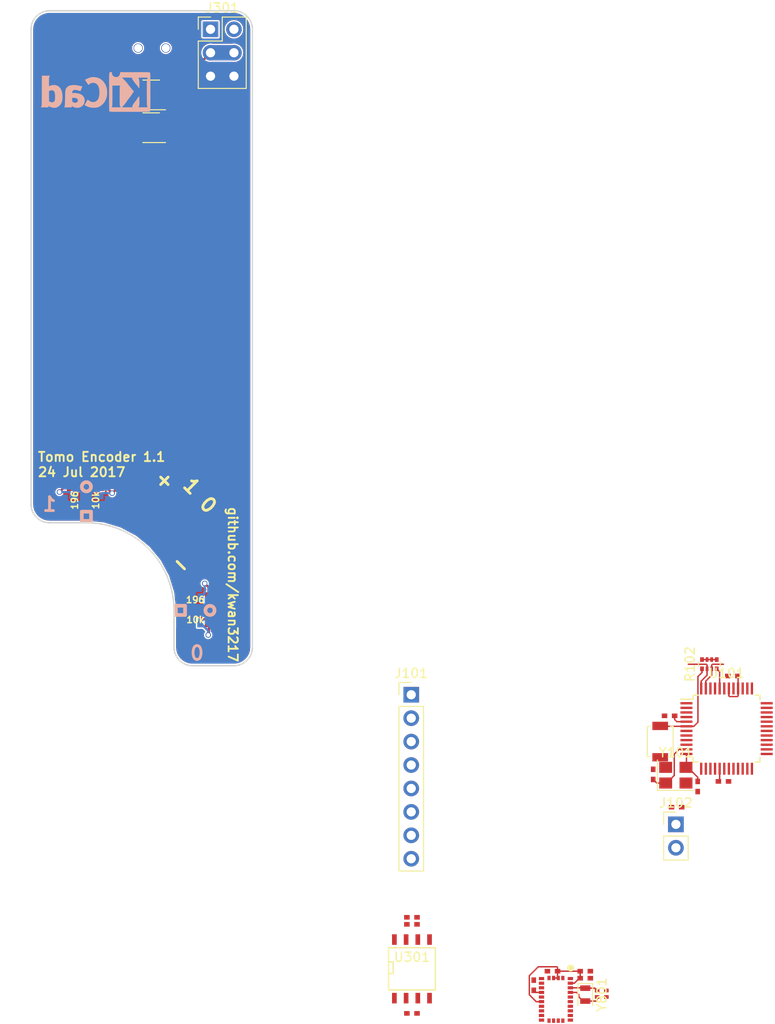
<source format=kicad_pcb>
(kicad_pcb (version 4) (host pcbnew 4.0.7)
  (layers (0 F.Cu signal) (31 B.Cu signal) (34 B.Paste user) (35 F.Paste user) (36 B.SilkS user) (37 F.SilkS user) (38 B.Mask user) (39 F.Mask user) (44 Edge.Cuts user))
  (net 0 "")
  (net 1 GND)
  (net 2 /ENC1)
  (net 3 /ENC0)
  (net 4 /D0)
  (net 5 /D1)
  (net 6 +1V8)
  (net 7 +3V3)
  (net 8 /XTAL2)
  (net 9 /XTAL1)
  (net 10 /Regulator1V8/BYP)
  (net 11 +BATT)
  (net 12 /VBAT-)
  (net 13 /Regulator3V3/BYP)
  (net 14 /3V3+)
  (net 15 /BNO055/CAP)
  (net 16 /BNO055/XOUT32)
  (net 17 /BNO055/XIN32)
  (net 18 /TX0)
  (net 19 /RX0)
  (net 20 /SDA)
  (net 21 /SCL)
  (net 22 /BSL)
  (net 23 /GO_BTN)
  (net 24 /STEER_HI)
  (net 25 /THROTTLE_HI)
  (net 26 /RST)
  (net 27 /Regulator3V3/PWR_EN)
  (net 28 /THROTTLE)
  (net 29 /STEERING)
  (net 30 /ACCINT)
  (module KwanSystems:EE-SY199 (layer B.Cu) (at 111.8 100 90)
    (fp_text reference U000 hide)
    (fp_text value EE-SY199 hide)
    (pad 2 smd rect (at 1.35 -0.55 90) (size 1 0.65) (layers B.Cu B.Paste B.Mask) (net 1 GND))
    (pad 3 smd rect (at -1.35 0.55 90) (size 1 0.65) (layers B.Cu B.Paste B.Mask) (net 3 /ENC0))
    (pad 1 smd rect (at 1.35 0.55 90) (size 1 0.65) (layers B.Cu B.Paste B.Mask) (net 4 /D0))
    (pad 4 smd rect (at -1.35 -0.55 90) (size 1 0.65) (layers B.Cu B.Paste B.Mask) (net 1 GND))
  )
  (module KwanSystems:SMD_1206 (layer F.Cu) (at 111.8364 98.8824)
    (fp_text reference R001 hide)
    (fp_text value 196 (at -0.0254 -0.0254) (layer F.SilkS) (effects (font (size 0.7 0.7))))
    (pad 1 smd rect (at -1.45 0) (size 0.9 1.7) (layers F.Cu F.Paste F.Mask) (net 7 +3V3))
    (pad 2 smd rect (at 1.45 0) (size 0.9 1.7) (layers F.Cu F.Paste F.Mask) (net 4 /D0))
  )
  (module KwanSystems:SMD_1206 (layer F.Cu) (at 111.8364 100.9652)
    (fp_text reference R003 hide)
    (fp_text value 10k (at -0.0254 0.0508) (layer F.SilkS) (effects (font (size 0.7 0.7))))
    (pad 2 smd rect (at 1.45 0) (size 0.9 1.7) (layers F.Cu F.Paste F.Mask) (net 3 /ENC0))
    (pad 1 smd rect (at -1.45 0) (size 0.9 1.7) (layers F.Cu F.Paste F.Mask) (net 7 +3V3))
  )
  (module KwanSystems:SMD_1206 (layer F.Cu) (at 98.73 88.062 90)
    (fp_text reference R101 hide)
    (fp_text value 196 (at 0 0 90) (layer F.SilkS) (effects (font (size 0.7 0.7))))
    (pad 1 smd rect (at -1.45 0 90) (size 0.9 1.7) (layers F.Cu F.Paste F.Mask) (net 7 +3V3))
    (pad 2 smd rect (at 1.45 0 90) (size 0.9 1.7) (layers F.Cu F.Paste F.Mask) (net 5 /D1))
  )
  (module KwanSystems:SMD_1206 (layer F.Cu) (at 101.016 88.062 90)
    (fp_text reference R103 hide)
    (fp_text value 10k (at 0 0 90) (layer F.SilkS) (effects (font (size 0.7 0.7))))
    (pad 2 smd rect (at 1.45 0 90) (size 0.9 1.7) (layers F.Cu F.Paste F.Mask) (net 2 /ENC1))
    (pad 1 smd rect (at -1.45 0 90) (size 0.9 1.7) (layers F.Cu F.Paste F.Mask) (net 7 +3V3))
  )
  (module KwanSystems:EE-SY199 (layer B.Cu) (at 100 88.2 180)
    (fp_text reference U100 hide)
    (fp_text value EE-SY199 hide)
    (pad 2 smd rect (at 1.35 -0.55 180) (size 1 0.65) (layers B.Cu B.Paste B.Mask) (net 1 GND))
    (pad 3 smd rect (at -1.35 0.55 180) (size 1 0.65) (layers B.Cu B.Paste B.Mask) (net 2 /ENC1))
    (pad 1 smd rect (at 1.35 0.55 180) (size 1 0.65) (layers B.Cu B.Paste B.Mask) (net 5 /D1))
    (pad 4 smd rect (at -1.35 -0.55 180) (size 1 0.65) (layers B.Cu B.Paste B.Mask) (net 1 GND))
  )
  (module KwanSystems:SMD_0402 (layer F.Cu) (at 163.246 111.43 180)
    (fp_text reference C105)
    (fp_text value 100nF)
    (pad 2 smd rect (at 0.55 0 180) (size 0.6 0.5) (layers F.Cu F.Paste F.Mask) (net 1 GND))
    (pad 1 smd rect (at -0.55 0 180) (size 0.6 0.5) (layers F.Cu F.Paste F.Mask) (net 6 +1V8))
  )
  (module KwanSystems:SMD_0402 (layer F.Cu) (at 169.088 118.542)
    (fp_text reference C117)
    (fp_text value 100nF)
    (pad 2 smd rect (at 0.55 0) (size 0.6 0.5) (layers F.Cu F.Paste F.Mask) (net 1 GND))
    (pad 1 smd rect (at -0.55 0) (size 0.6 0.5) (layers F.Cu F.Paste F.Mask) (net 7 +3V3))
  )
  (module KwanSystems:SMD_0402 (layer F.Cu) (at 170.104 107.112 180)
    (fp_text reference C140)
    (fp_text value 1uF)
    (pad 2 smd rect (at 0.55 0 180) (size 0.6 0.5) (layers F.Cu F.Paste F.Mask) (net 1 GND))
    (pad 1 smd rect (at -0.55 0 180) (size 0.6 0.5) (layers F.Cu F.Paste F.Mask) (net 7 +3V3))
  )
  (module KwanSystems:SMD_0402 (layer F.Cu) (at 109.398 47.676 270)
    (fp_text reference C201)
    (fp_text value 1uF)
    (pad 2 smd rect (at 0.55 0 270) (size 0.6 0.5) (layers F.Cu F.Paste F.Mask) (net 1 GND))
    (pad 1 smd rect (at -0.55 0 270) (size 0.6 0.5) (layers F.Cu F.Paste F.Mask) (net 7 +3V3))
  )
  (module KwanSystems:SMD_0402 (layer F.Cu) (at 104.064 47.676 270)
    (fp_text reference C204)
    (fp_text value 100nF)
    (pad 2 smd rect (at 0.55 0 270) (size 0.6 0.5) (layers F.Cu F.Paste F.Mask) (net 1 GND))
    (pad 1 smd rect (at -0.55 0 270) (size 0.6 0.5) (layers F.Cu F.Paste F.Mask) (net 10 /Regulator1V8/BYP))
  )
  (module KwanSystems:SMD_0402 (layer F.Cu) (at 104.826 47.676 90)
    (fp_text reference C205)
    (fp_text value 4.7nF)
    (pad 2 smd rect (at 0.55 0 90) (size 0.6 0.5) (layers F.Cu F.Paste F.Mask) (net 1 GND))
    (pad 1 smd rect (at -0.55 0 90) (size 0.6 0.5) (layers F.Cu F.Paste F.Mask) (net 6 +1V8))
  )
  (module KwanSystems:SMD_0402 (layer F.Cu) (at 135.306 143.688)
    (fp_text reference C301)
    (fp_text value 100nF)
    (pad 2 smd rect (at 0.55 0) (size 0.6 0.5) (layers F.Cu F.Paste F.Mask) (net 1 GND))
    (pad 1 smd rect (at -0.55 0) (size 0.6 0.5) (layers F.Cu F.Paste F.Mask) (net 7 +3V3))
  )
  (module KwanSystems:SMD_0402 (layer F.Cu) (at 135.306 134.036)
    (fp_text reference C305)
    (fp_text value 100nF)
    (pad 2 smd rect (at 0.55 0) (size 0.6 0.5) (layers F.Cu F.Paste F.Mask) (net 1 GND))
    (pad 1 smd rect (at -0.55 0) (size 0.6 0.5) (layers F.Cu F.Paste F.Mask) (net 11 +BATT))
  )
  (module KwanSystems:SMD_0402 (layer F.Cu) (at 135.306 133.274)
    (fp_text reference C308)
    (fp_text value 10uF)
    (pad 2 smd rect (at 0.55 0) (size 0.6 0.5) (layers F.Cu F.Paste F.Mask) (net 1 GND))
    (pad 1 smd rect (at -0.55 0) (size 0.6 0.5) (layers F.Cu F.Paste F.Mask) (net 11 +BATT))
  )
  (module KwanSystems:SMD_0402 (layer F.Cu) (at 109.398 44.12 90)
    (fp_text reference C401)
    (fp_text value 1uF)
    (pad 2 smd rect (at 0.55 0 90) (size 0.6 0.5) (layers F.Cu F.Paste F.Mask) (net 1 GND))
    (pad 1 smd rect (at -0.55 0 90) (size 0.6 0.5) (layers F.Cu F.Paste F.Mask) (net 12 /VBAT-))
  )
  (module KwanSystems:SMD_0402 (layer F.Cu) (at 104.064 44.12 270)
    (fp_text reference C404)
    (fp_text value 100nF)
    (pad 2 smd rect (at 0.55 0 270) (size 0.6 0.5) (layers F.Cu F.Paste F.Mask) (net 1 GND))
    (pad 1 smd rect (at -0.55 0 270) (size 0.6 0.5) (layers F.Cu F.Paste F.Mask) (net 13 /Regulator3V3/BYP))
  )
  (module KwanSystems:SMD_0402 (layer F.Cu) (at 104.826 44.12 90)
    (fp_text reference C405)
    (fp_text value 4.7nF)
    (pad 2 smd rect (at 0.55 0 90) (size 0.6 0.5) (layers F.Cu F.Paste F.Mask) (net 1 GND))
    (pad 1 smd rect (at -0.55 0 90) (size 0.6 0.5) (layers F.Cu F.Paste F.Mask) (net 14 /3V3+))
  )
  (module KwanSystems:SMD_0402 (layer F.Cu) (at 150.546 139.116)
    (fp_text reference C803)
    (fp_text value 100nF)
    (pad 2 smd rect (at 0.55 0) (size 0.6 0.5) (layers F.Cu F.Paste F.Mask) (net 7 +3V3))
    (pad 1 smd rect (at -0.55 0) (size 0.6 0.5) (layers F.Cu F.Paste F.Mask) (net 1 GND))
  )
  (module KwanSystems:SMD_0402 (layer F.Cu) (at 148.514 140.64 90)
    (fp_text reference C809)
    (fp_text value 100nF)
    (pad 2 smd rect (at 0.55 0 90) (size 0.6 0.5) (layers F.Cu F.Paste F.Mask) (net 1 GND))
    (pad 1 smd rect (at -0.55 0 90) (size 0.6 0.5) (layers F.Cu F.Paste F.Mask) (net 15 /BNO055/CAP))
  )
  (module KwanSystems:SMD_0402 (layer F.Cu) (at 154.102 139.116)
    (fp_text reference C825)
    (fp_text value 120nF)
    (pad 2 smd rect (at 0.55 0) (size 0.6 0.5) (layers F.Cu F.Paste F.Mask) (net 1 GND))
    (pad 1 smd rect (at -0.55 0) (size 0.6 0.5) (layers F.Cu F.Paste F.Mask) (net 7 +3V3))
  )
  (module KwanSystems:R_Array_Convex_2x0402 (layer F.Cu) (at 155.888 141.56)
    (fp_text reference C826)
    (fp_text value 22pF)
    (pad 4 smd rect (at 0.5 -0.35) (size 0.5 0.4) (layers F.Cu F.Paste F.Mask) (net 1 GND))
    (pad 3 smd rect (at 0.5 0.35) (size 0.5 0.4) (layers F.Cu F.Paste F.Mask) (net 1 GND))
    (pad 2 smd rect (at -0.5 0.35) (size 0.5 0.4) (layers F.Cu F.Paste F.Mask) (net 16 /BNO055/XOUT32))
    (pad 1 smd rect (at -0.5 -0.35) (size 0.5 0.4) (layers F.Cu F.Paste F.Mask) (net 17 /BNO055/XIN32))
  )
  (module KwanSystems:SMD_0402 (layer F.Cu) (at 154.102 139.878)
    (fp_text reference C828)
    (fp_text value 6.8nF)
    (pad 2 smd rect (at 0.55 0) (size 0.6 0.5) (layers F.Cu F.Paste F.Mask) (net 1 GND))
    (pad 1 smd rect (at -0.55 0) (size 0.6 0.5) (layers F.Cu F.Paste F.Mask) (net 7 +3V3))
  )
  (module Pin_Headers:Pin_Header_Straight_1x08_Pitch2.54mm (layer F.Cu) (at 135.227619 109.147)
    (fp_text reference J101 (at 0 -2.33) (layer F.SilkS))
    (fp_text value Conn_01x08)
    (pad 1 thru_hole rect (at 0 0) (size 1.7 1.7) (drill 1) (layers *.Cu *.Mask) (net 7 +3V3))
    (pad 2 thru_hole oval (at 0 2.54) (size 1.7 1.7) (drill 1) (layers *.Cu *.Mask) (net 18 /TX0))
    (pad 3 thru_hole oval (at 0 5.08) (size 1.7 1.7) (drill 1) (layers *.Cu *.Mask) (net 19 /RX0))
    (pad 4 thru_hole oval (at 0 7.62) (size 1.7 1.7) (drill 1) (layers *.Cu *.Mask) (net 1 GND))
    (pad 5 thru_hole oval (at 0 10.16) (size 1.7 1.7) (drill 1) (layers *.Cu *.Mask) (net 20 /SDA))
    (pad 6 thru_hole oval (at 0 12.7) (size 1.7 1.7) (drill 1) (layers *.Cu *.Mask) (net 21 /SCL))
    (pad 7 thru_hole oval (at 0 15.24) (size 1.7 1.7) (drill 1) (layers *.Cu *.Mask) (net 22 /BSL))
    (pad 8 thru_hole oval (at 0 17.78) (size 1.7 1.7) (drill 1) (layers *.Cu *.Mask) (net 6 +1V8))
  )
  (module Socket_Strips:Socket_Strip_Straight_1x02_Pitch2.54mm (layer F.Cu) (at 163.933333 123.197)
    (fp_text reference J102 (at 0 -2.33) (layer F.SilkS))
    (fp_text value CONN_01X02)
    (pad 1 thru_hole rect (at 0 0) (size 1.7 1.7) (drill 1) (layers *.Cu *.Mask) (net 23 /GO_BTN))
    (pad 2 thru_hole oval (at 0 2.54) (size 1.7 1.7) (drill 1) (layers *.Cu *.Mask) (net 1 GND))
  )
  (module Pin_Headers:Pin_Header_Straight_2x03_Pitch2.54mm (layer F.Cu) (at 113.462 37.008)
    (fp_text reference J301 (at 1.27 -2.33) (layer F.SilkS))
    (fp_text value CONN_02X03)
    (pad 1 thru_hole rect (at 0 0) (size 1.7 1.7) (drill 1) (layers *.Cu *.Mask) (net 24 /STEER_HI))
    (pad 2 thru_hole oval (at 2.54 0) (size 1.7 1.7) (drill 1) (layers *.Cu *.Mask) (net 25 /THROTTLE_HI))
    (pad 3 thru_hole oval (at 0 2.54) (size 1.7 1.7) (drill 1) (layers *.Cu *.Mask) (net 11 +BATT))
    (pad 4 thru_hole oval (at 2.54 2.54) (size 1.7 1.7) (drill 1) (layers *.Cu *.Mask) (net 11 +BATT))
    (pad 5 thru_hole oval (at 0 5.08) (size 1.7 1.7) (drill 1) (layers *.Cu *.Mask) (net 1 GND))
    (pad 6 thru_hole oval (at 2.54 5.08) (size 1.7 1.7) (drill 1) (layers *.Cu *.Mask) (net 1 GND))
  )
  (module KwanSystems:SMD_0603 (layer F.Cu) (at 110.668 47.676 270)
    (fp_text reference L201)
    (fp_text value Ferrite_Bead_Small)
    (pad 1 smd rect (at -0.75 0 270) (size 0.8 0.75) (layers F.Cu F.Paste F.Mask) (net 7 +3V3))
    (pad 2 smd rect (at 0.75 0 270) (size 0.8 0.75) (layers F.Cu F.Paste F.Mask) (net 14 /3V3+))
  )
  (module KwanSystems:SMD_0603 (layer F.Cu) (at 110.668 44.12 90)
    (fp_text reference L401)
    (fp_text value Ferrite_Bead_Small)
    (pad 1 smd rect (at -0.75 0 90) (size 0.8 0.75) (layers F.Cu F.Paste F.Mask) (net 12 /VBAT-))
    (pad 2 smd rect (at 0.75 0 90) (size 0.8 0.75) (layers F.Cu F.Paste F.Mask) (net 11 +BATT))
  )
  (module KwanSystems:R_Array_Convex_4x0402 (layer F.Cu) (at 167.56 105.834 90)
    (fp_text reference R102 (at 0 -2.1 90) (layer F.SilkS))
    (fp_text value 10k)
    (pad 1 smd rect (at -0.5 -0.8 90) (size 0.5 0.4) (layers F.Cu F.Paste F.Mask) (net 26 /RST))
    (pad 3 smd rect (at -0.5 0.25 90) (size 0.5 0.3) (layers F.Cu F.Paste F.Mask) (net 21 /SCL))
    (pad 2 smd rect (at -0.5 -0.25 90) (size 0.5 0.3) (layers F.Cu F.Paste F.Mask) (net 20 /SDA))
    (pad 4 smd rect (at -0.5 0.8 90) (size 0.5 0.4) (layers F.Cu F.Paste F.Mask) (net 22 /BSL))
    (pad 7 smd rect (at 0.5 -0.25 90) (size 0.5 0.3) (layers F.Cu F.Paste F.Mask) (net 7 +3V3))
    (pad 8 smd rect (at 0.5 -0.8 90) (size 0.5 0.4) (layers F.Cu F.Paste F.Mask) (net 7 +3V3))
    (pad 6 smd rect (at 0.5 0.25 90) (size 0.5 0.3) (layers F.Cu F.Paste F.Mask) (net 7 +3V3))
    (pad 5 smd rect (at 0.5 0.8 90) (size 0.5 0.4) (layers F.Cu F.Paste F.Mask) (net 7 +3V3))
  )
  (module KwanSystems:SMD_0402 (layer F.Cu) (at 164.008 121.336)
    (fp_text reference R117)
    (fp_text value 10k)
    (pad 2 smd rect (at 0.55 0) (size 0.6 0.5) (layers F.Cu F.Paste F.Mask) (net 7 +3V3))
    (pad 1 smd rect (at -0.55 0) (size 0.6 0.5) (layers F.Cu F.Paste F.Mask) (net 23 /GO_BTN))
  )
  (module KwanSystems:SW_SPST_B3U-1000P (layer F.Cu) (at 162.23 114.224 90)
    (fp_text reference S157)
    (fp_text value SPST)
    (pad 1 smd rect (at -1.7 0 90) (size 0.9 1.7) (layers F.Cu F.Paste F.Mask) (net 1 GND))
    (pad 2 smd rect (at 1.7 0 90) (size 0.9 1.7) (layers F.Cu F.Paste F.Mask) (net 26 /RST))
  )
  (module KwanSystems:SWITCH_DPDT_AZY0202 (layer F.Cu) (at 107.112 39.04 180)
    (fp_text reference S401 hide)
    (fp_text value SPDT hide)
    (pad "" np_thru_hole circle (at -1.5 0 180) (size 1 1) (drill 0.85) (layers *.Cu *.Mask))
    (pad 4 smd rect (at -2.5 2.825 180) (size 1 1.15) (layers F.Cu F.Paste F.Mask))
    (pad 5 smd rect (at 0 2.825 180) (size 1 1.15) (layers F.Cu F.Paste F.Mask))
    (pad 3 smd rect (at 2.5 -2.825 180) (size 1 1.15) (layers F.Cu F.Paste F.Mask) (net 1 GND))
    (pad 6 smd rect (at 2.5 2.825 180) (size 1 1.15) (layers F.Cu F.Paste F.Mask))
    (pad 2 smd rect (at 0 -2.825 180) (size 1 1.15) (layers F.Cu F.Paste F.Mask) (net 27 /Regulator3V3/PWR_EN))
    (pad 1 smd rect (at -2.5 -2.825 180) (size 1 1.15) (layers F.Cu F.Paste F.Mask) (net 12 /VBAT-))
    (pad "" np_thru_hole circle (at 1.5 0 180) (size 1 1) (drill 0.85) (layers *.Cu *.Mask))
  )
  (module Symbols:Symbol_KiCAD-Logo_CopperAndSilkScreenTop (layer B.Cu) (at 101.016 43.612 180)
    (fp_text reference U001 hide)
    (fp_text value Designed_With_Kicad hide)
  )
  (module KwanSystems:KWAN_CIRCLE_soldermask (layer F.Cu) (at 98.73 39.802)
    (fp_text reference U002 hide)
    (fp_text value KwanSystems hide)
  )
  (module Housings_QFP:LQFP-48_7x7mm_Pitch0.5mm (layer F.Cu) (at 169.425001 112.817)
    (fp_text reference U101 (at 0 -6) (layer F.SilkS))
    (fp_text value LPC2103)
    (pad 1 smd rect (at -4.35 -2.75) (size 1.3 0.25) (layers F.Cu F.Paste F.Mask))
    (pad 2 smd rect (at -4.35 -2.25) (size 1.3 0.25) (layers F.Cu F.Paste F.Mask))
    (pad 3 smd rect (at -4.35 -1.75) (size 1.3 0.25) (layers F.Cu F.Paste F.Mask) (net 28 /THROTTLE))
    (pad 4 smd rect (at -4.35 -1.25) (size 1.3 0.25) (layers F.Cu F.Paste F.Mask) (net 7 +3V3))
    (pad 5 smd rect (at -4.35 -0.75) (size 1.3 0.25) (layers F.Cu F.Paste F.Mask) (net 6 +1V8))
    (pad 6 smd rect (at -4.35 -0.25) (size 1.3 0.25) (layers F.Cu F.Paste F.Mask) (net 26 /RST))
    (pad 7 smd rect (at -4.35 0.25) (size 1.3 0.25) (layers F.Cu F.Paste F.Mask) (net 1 GND))
    (pad 8 smd rect (at -4.35 0.75) (size 1.3 0.25) (layers F.Cu F.Paste F.Mask))
    (pad 9 smd rect (at -4.35 1.25) (size 1.3 0.25) (layers F.Cu F.Paste F.Mask))
    (pad 10 smd rect (at -4.35 1.75) (size 1.3 0.25) (layers F.Cu F.Paste F.Mask))
    (pad 11 smd rect (at -4.35 2.25) (size 1.3 0.25) (layers F.Cu F.Paste F.Mask) (net 9 /XTAL1))
    (pad 12 smd rect (at -4.35 2.75) (size 1.3 0.25) (layers F.Cu F.Paste F.Mask) (net 8 /XTAL2))
    (pad 13 smd rect (at -2.75 4.35 90) (size 1.3 0.25) (layers F.Cu F.Paste F.Mask) (net 18 /TX0))
    (pad 14 smd rect (at -2.25 4.35 90) (size 1.3 0.25) (layers F.Cu F.Paste F.Mask) (net 19 /RX0))
    (pad 15 smd rect (at -1.75 4.35 90) (size 1.3 0.25) (layers F.Cu F.Paste F.Mask))
    (pad 16 smd rect (at -1.25 4.35 90) (size 1.3 0.25) (layers F.Cu F.Paste F.Mask))
    (pad 17 smd rect (at -0.75 4.35 90) (size 1.3 0.25) (layers F.Cu F.Paste F.Mask) (net 7 +3V3))
    (pad 18 smd rect (at -0.25 4.35 90) (size 1.3 0.25) (layers F.Cu F.Paste F.Mask))
    (pad 19 smd rect (at 0.25 4.35 90) (size 1.3 0.25) (layers F.Cu F.Paste F.Mask) (net 1 GND))
    (pad 20 smd rect (at 0.75 4.35 90) (size 1.3 0.25) (layers F.Cu F.Paste F.Mask))
    (pad 21 smd rect (at 1.25 4.35 90) (size 1.3 0.25) (layers F.Cu F.Paste F.Mask))
    (pad 22 smd rect (at 1.75 4.35 90) (size 1.3 0.25) (layers F.Cu F.Paste F.Mask))
    (pad 23 smd rect (at 2.25 4.35 90) (size 1.3 0.25) (layers F.Cu F.Paste F.Mask))
    (pad 24 smd rect (at 2.75 4.35 90) (size 1.3 0.25) (layers F.Cu F.Paste F.Mask))
    (pad 25 smd rect (at 4.35 2.75) (size 1.3 0.25) (layers F.Cu F.Paste F.Mask))
    (pad 26 smd rect (at 4.35 2.25) (size 1.3 0.25) (layers F.Cu F.Paste F.Mask))
    (pad 27 smd rect (at 4.35 1.75) (size 1.3 0.25) (layers F.Cu F.Paste F.Mask))
    (pad 28 smd rect (at 4.35 1.25) (size 1.3 0.25) (layers F.Cu F.Paste F.Mask) (net 29 /STEERING))
    (pad 29 smd rect (at 4.35 0.75) (size 1.3 0.25) (layers F.Cu F.Paste F.Mask))
    (pad 30 smd rect (at 4.35 0.25) (size 1.3 0.25) (layers F.Cu F.Paste F.Mask))
    (pad 31 smd rect (at 4.35 -0.25) (size 1.3 0.25) (layers F.Cu F.Paste F.Mask) (net 1 GND))
    (pad 32 smd rect (at 4.35 -0.75) (size 1.3 0.25) (layers F.Cu F.Paste F.Mask) (net 3 /ENC0))
    (pad 33 smd rect (at 4.35 -1.25) (size 1.3 0.25) (layers F.Cu F.Paste F.Mask) (net 2 /ENC1))
    (pad 34 smd rect (at 4.35 -1.75) (size 1.3 0.25) (layers F.Cu F.Paste F.Mask))
    (pad 35 smd rect (at 4.35 -2.25) (size 1.3 0.25) (layers F.Cu F.Paste F.Mask))
    (pad 36 smd rect (at 4.35 -2.75) (size 1.3 0.25) (layers F.Cu F.Paste F.Mask) (net 30 /ACCINT))
    (pad 37 smd rect (at 2.75 -4.35 90) (size 1.3 0.25) (layers F.Cu F.Paste F.Mask))
    (pad 38 smd rect (at 2.25 -4.35 90) (size 1.3 0.25) (layers F.Cu F.Paste F.Mask))
    (pad 39 smd rect (at 1.75 -4.35 90) (size 1.3 0.25) (layers F.Cu F.Paste F.Mask))
    (pad 40 smd rect (at 1.25 -4.35 90) (size 1.3 0.25) (layers F.Cu F.Paste F.Mask) (net 7 +3V3))
    (pad 41 smd rect (at 0.75 -4.35 90) (size 1.3 0.25) (layers F.Cu F.Paste F.Mask))
    (pad 42 smd rect (at 0.25 -4.35 90) (size 1.3 0.25) (layers F.Cu F.Paste F.Mask) (net 7 +3V3))
    (pad 43 smd rect (at -0.25 -4.35 90) (size 1.3 0.25) (layers F.Cu F.Paste F.Mask) (net 1 GND))
    (pad 44 smd rect (at -0.75 -4.35 90) (size 1.3 0.25) (layers F.Cu F.Paste F.Mask) (net 22 /BSL))
    (pad 45 smd rect (at -1.25 -4.35 90) (size 1.3 0.25) (layers F.Cu F.Paste F.Mask))
    (pad 46 smd rect (at -1.75 -4.35 90) (size 1.3 0.25) (layers F.Cu F.Paste F.Mask))
    (pad 47 smd rect (at -2.25 -4.35 90) (size 1.3 0.25) (layers F.Cu F.Paste F.Mask) (net 21 /SCL))
    (pad 48 smd rect (at -2.75 -4.35 90) (size 1.3 0.25) (layers F.Cu F.Paste F.Mask) (net 20 /SDA))
  )
  (module TO_SOT_Packages_SMD:SOT-23-5 (layer F.Cu) (at 107.028 47.676 180)
    (fp_text reference U201 hide)
    (fp_text value 1.8V)
    (pad 1 smd rect (at -1.1 -0.95 180) (size 1.06 0.65) (layers F.Cu F.Paste F.Mask) (net 7 +3V3))
    (pad 2 smd rect (at -1.1 0 180) (size 1.06 0.65) (layers F.Cu F.Paste F.Mask) (net 1 GND))
    (pad 3 smd rect (at -1.1 0.95 180) (size 1.06 0.65) (layers F.Cu F.Paste F.Mask) (net 7 +3V3))
    (pad 4 smd rect (at 1.1 0.95 180) (size 1.06 0.65) (layers F.Cu F.Paste F.Mask) (net 10 /Regulator1V8/BYP))
    (pad 5 smd rect (at 1.1 -0.95 180) (size 1.06 0.65) (layers F.Cu F.Paste F.Mask) (net 6 +1V8))
  )
  (module SMD_Packages:SOIC-8-N (layer F.Cu) (at 135.306 138.862)
    (fp_text reference U301 (at 0 -1.27) (layer F.SilkS))
    (fp_text value ADuM3221)
    (pad 8 smd rect (at -1.905 -3.175) (size 0.508 1.143) (layers F.Cu F.Paste F.Mask) (net 11 +BATT))
    (pad 7 smd rect (at -0.635 -3.175) (size 0.508 1.143) (layers F.Cu F.Paste F.Mask) (net 25 /THROTTLE_HI))
    (pad 6 smd rect (at 0.635 -3.175) (size 0.508 1.143) (layers F.Cu F.Paste F.Mask) (net 24 /STEER_HI))
    (pad 5 smd rect (at 1.905 -3.175) (size 0.508 1.143) (layers F.Cu F.Paste F.Mask) (net 1 GND))
    (pad 4 smd rect (at 1.905 3.175) (size 0.508 1.143) (layers F.Cu F.Paste F.Mask) (net 1 GND))
    (pad 3 smd rect (at 0.635 3.175) (size 0.508 1.143) (layers F.Cu F.Paste F.Mask) (net 29 /STEERING))
    (pad 2 smd rect (at -0.635 3.175) (size 0.508 1.143) (layers F.Cu F.Paste F.Mask) (net 28 /THROTTLE))
    (pad 1 smd rect (at -1.905 3.175) (size 0.508 1.143) (layers F.Cu F.Paste F.Mask) (net 7 +3V3))
  )
  (module TO_SOT_Packages_SMD:SOT-23-5 (layer F.Cu) (at 107.028 44.12 180)
    (fp_text reference U401 hide)
    (fp_text value 3.3V)
    (pad 1 smd rect (at -1.1 -0.95 180) (size 1.06 0.65) (layers F.Cu F.Paste F.Mask) (net 12 /VBAT-))
    (pad 2 smd rect (at -1.1 0 180) (size 1.06 0.65) (layers F.Cu F.Paste F.Mask) (net 1 GND))
    (pad 3 smd rect (at -1.1 0.95 180) (size 1.06 0.65) (layers F.Cu F.Paste F.Mask) (net 27 /Regulator3V3/PWR_EN))
    (pad 4 smd rect (at 1.1 0.95 180) (size 1.06 0.65) (layers F.Cu F.Paste F.Mask) (net 13 /Regulator3V3/BYP))
    (pad 5 smd rect (at 1.1 -0.95 180) (size 1.06 0.65) (layers F.Cu F.Paste F.Mask) (net 14 /3V3+))
  )
  (module KwanSystems:BNO055 (layer F.Cu) (at 150.920001 142.167001)
    (fp_text reference U801)
    (fp_text value BNO055)
    (pad 1 smd rect (at 1.5625 -2.25 270) (size 0.34 0.575) (layers F.Cu F.Paste F.Mask))
    (pad 2 smd rect (at 0.75 -2.3125 270) (size 0.475 0.34) (layers F.Cu F.Paste F.Mask) (net 1 GND))
    (pad 3 smd rect (at 0.25 -2.3125 270) (size 0.475 0.34) (layers F.Cu F.Paste F.Mask) (net 7 +3V3))
    (pad 4 smd rect (at -0.25 -2.3125 270) (size 0.475 0.34) (layers F.Cu F.Paste F.Mask) (net 7 +3V3))
    (pad 5 smd rect (at -0.75 -2.3125 270) (size 0.475 0.34) (layers F.Cu F.Paste F.Mask) (net 1 GND))
    (pad 6 smd rect (at -1.5625 -2.25 270) (size 0.34 0.575) (layers F.Cu F.Paste F.Mask) (net 1 GND))
    (pad 7 smd rect (at -1.5625 -1.75 270) (size 0.34 0.575) (layers F.Cu F.Paste F.Mask))
    (pad 8 smd rect (at -1.5625 -1.25 270) (size 0.34 0.575) (layers F.Cu F.Paste F.Mask))
    (pad 9 smd rect (at -1.5625 -0.75 270) (size 0.34 0.575) (layers F.Cu F.Paste F.Mask) (net 15 /BNO055/CAP))
    (pad 10 smd rect (at -1.5625 -0.25 270) (size 0.34 0.575) (layers F.Cu F.Paste F.Mask))
    (pad 11 smd rect (at -1.5625 0.25 270) (size 0.34 0.575) (layers F.Cu F.Paste F.Mask) (net 7 +3V3))
    (pad 12 smd rect (at -1.5625 0.75 270) (size 0.34 0.575) (layers F.Cu F.Paste F.Mask))
    (pad 13 smd rect (at -1.5625 1.25 270) (size 0.34 0.575) (layers F.Cu F.Paste F.Mask))
    (pad 14 smd rect (at -1.5625 1.75 270) (size 0.34 0.575) (layers F.Cu F.Paste F.Mask) (net 30 /ACCINT))
    (pad 15 smd rect (at -1.5625 2.25 270) (size 0.34 0.575) (layers F.Cu F.Paste F.Mask) (net 1 GND))
    (pad 16 smd rect (at -0.75 2.3125 270) (size 0.475 0.34) (layers F.Cu F.Paste F.Mask) (net 1 GND))
    (pad 17 smd rect (at -0.25 2.3125 270) (size 0.475 0.34) (layers F.Cu F.Paste F.Mask) (net 1 GND))
    (pad 18 smd rect (at 0.25 2.3125 270) (size 0.475 0.34) (layers F.Cu F.Paste F.Mask) (net 1 GND))
    (pad 19 smd rect (at 0.75 2.3125 270) (size 0.475 0.34) (layers F.Cu F.Paste F.Mask) (net 21 /SCL))
    (pad 20 smd rect (at 1.5625 2.25 270) (size 0.34 0.575) (layers F.Cu F.Paste F.Mask) (net 20 /SDA))
    (pad 21 smd rect (at 1.5625 1.75 270) (size 0.34 0.575) (layers F.Cu F.Paste F.Mask))
    (pad 22 smd rect (at 1.5625 1.25 270) (size 0.34 0.575) (layers F.Cu F.Paste F.Mask))
    (pad 23 smd rect (at 1.5625 0.75 270) (size 0.34 0.575) (layers F.Cu F.Paste F.Mask))
    (pad 24 smd rect (at 1.5625 0.25 270) (size 0.34 0.575) (layers F.Cu F.Paste F.Mask))
    (pad 25 smd rect (at 1.5625 -0.25 270) (size 0.34 0.575) (layers F.Cu F.Paste F.Mask) (net 1 GND))
    (pad 26 smd rect (at 1.5625 -0.75 270) (size 0.34 0.575) (layers F.Cu F.Paste F.Mask) (net 16 /BNO055/XOUT32))
    (pad 27 smd rect (at 1.5625 -1.25 270) (size 0.34 0.575) (layers F.Cu F.Paste F.Mask) (net 17 /BNO055/XIN32))
    (pad 28 smd rect (at 1.5625 -1.75 270) (size 0.34 0.575) (layers F.Cu F.Paste F.Mask) (net 7 +3V3))
  )
  (module Crystals:Crystal_SMD_Abracon_ABM8G-4pin_3.2x2.5mm (layer F.Cu) (at 163.924 117.868)
    (fp_text reference Y101 (at 0 -2.45) (layer F.SilkS))
    (fp_text value 12MHz)
    (pad 1 smd rect (at -1.1 0.85) (size 1.4 1.2) (layers F.Cu F.Paste F.Mask) (net 9 /XTAL1))
    (pad 2 smd rect (at 1.1 0.85) (size 1.4 1.2) (layers F.Cu F.Paste F.Mask) (net 1 GND))
    (pad 3 smd rect (at 1.1 -0.85) (size 1.4 1.2) (layers F.Cu F.Paste F.Mask) (net 8 /XTAL2))
    (pad 4 smd rect (at -1.1 -0.85) (size 1.4 1.2) (layers F.Cu F.Paste F.Mask) (net 1 GND))
  )
  (module Crystals:Crystal_SMD_2012-2pin_2.0x1.2mm (layer F.Cu) (at 154.102 141.656 270)
    (fp_text reference Y801 (at 0 -1.8 270) (layer F.SilkS))
    (fp_text value 32kiHz)
    (pad 1 smd rect (at -0.7 0 270) (size 0.6 1.1) (layers F.Cu F.Paste F.Mask) (net 17 /BNO055/XIN32))
    (pad 2 smd rect (at 0.7 0 270) (size 0.6 1.1) (layers F.Cu F.Paste F.Mask) (net 16 /BNO055/XOUT32))
  )
  (module KwanSystems:SMD_0402 (layer F.Cu) (at 161.468 117.78 270)
    (fp_text reference C111)
    (fp_text value 33pF)
    (pad 2 smd rect (at 0.55 0 270) (size 0.6 0.5) (layers F.Cu F.Paste F.Mask) (net 9 /XTAL1))
    (pad 1 smd rect (at -0.55 0 270) (size 0.6 0.5) (layers F.Cu F.Paste F.Mask) (net 1 GND))
  )
  (module KwanSystems:SMD_0402 (layer F.Cu) (at 166.294 119.092 90)
    (fp_text reference C112)
    (fp_text value 33pF)
    (pad 2 smd rect (at 0.55 0 90) (size 0.6 0.5) (layers F.Cu F.Paste F.Mask) (net 8 /XTAL2))
    (pad 1 smd rect (at -0.55 0 90) (size 0.6 0.5) (layers F.Cu F.Paste F.Mask) (net 1 GND))
  )
  (gr_text github.com/kwan3217 (at 115.875 97.206 270) (layer F.SilkS) (effects (font (size 1 1) (thickness 0.2))))
  (gr_text "24 Jul 2017\n" (at 99.492 85.014) (layer F.SilkS) (effects (font (size 1 1) (thickness 0.2))))
  (gr_text + (at 108.382 86.03 135) (layer F.SilkS) (effects (font (size 1.5 1.5) (thickness 0.3))))
  (gr_text 0 (at 113.208 88.57 315) (layer F.SilkS) (effects (font (size 1.5 1.5) (thickness 0.3))))
  (gr_text 1 (at 111.43 86.538 315) (layer F.SilkS) (effects (font (size 1.5 1.5) (thickness 0.3))))
  (gr_text - (at 110.16 95.174 135) (layer F.SilkS) (effects (font (size 1.5 1.5) (thickness 0.3))))
  (gr_text "1\n" (at 96 88.5) (layer B.SilkS) (effects (font (size 1.5 1.5) (thickness 0.3)) (justify mirror)))
  (gr_text 0 (at 112 104.5 180) (layer B.SilkS) (effects (font (size 1.5 1.5) (thickness 0.3)) (justify mirror)))
  (gr_text "Tomo Encoder 1.1" (at 101.651 83.363) (layer F.SilkS) (effects (font (size 1 1) (thickness 0.2))))
  (gr_arc (start 96 37) (end 94 37) (angle 90) (layer Edge.Cuts) (width 0.15))
  (gr_line (start 94 88.5) (end 94 37) (layer Edge.Cuts) (width 0.15))
  (gr_line (start 116 35) (end 96 35) (layer Edge.Cuts) (width 0.15))
  (gr_arc (start 96 88.5) (end 96 90.5) (angle 90) (layer Edge.Cuts) (width 0.15))
  (gr_line (start 100 90.5) (end 96 90.5) (layer Edge.Cuts) (width 0.15))
  (gr_arc (start 116 37) (end 116 35) (angle 90) (layer Edge.Cuts) (width 0.15))
  (gr_line (start 118 104) (end 118 37) (layer Edge.Cuts) (width 0.15))
  (gr_arc (start 116 104) (end 118 104) (angle 90) (layer Edge.Cuts) (width 0.15))
  (gr_line (start 111.5 106) (end 116 106) (layer Edge.Cuts) (width 0.15))
  (gr_arc (start 111.5 104) (end 111.5 106) (angle 90) (layer Edge.Cuts) (width 0.15))
  (gr_line (start 109.5 100) (end 109.5 104) (layer Edge.Cuts) (width 0.15))
  (gr_arc (start 100 100) (end 100 90.5) (angle 90) (layer Edge.Cuts) (width 0.15))
  (segment (start 109.662635 88.541314) (end 108.121322 87.000001) (width 0.25) (layer F.Cu) (net 2))
  (segment (start 108.121322 87.000001) (end 103.093999 87.000001) (width 0.25) (layer F.Cu) (net 2))
  (segment (start 103.093999 87.000001) (end 102.794 87.3) (width 0.25) (layer F.Cu) (net 2))
  (segment (start 102.794 87.3) (end 101.7 87.3) (width 0.25) (layer B.Cu) (net 2))
  (segment (start 101.7 87.3) (end 101.35 87.65) (width 0.25) (layer B.Cu) (net 2))
  (segment (start 101.016 86.612) (end 102.106 86.612) (width 0.25) (layer F.Cu) (net 2))
  (segment (start 102.106 86.612) (end 102.794 87.3) (width 0.25) (layer F.Cu) (net 2))
  (via (at 102.794 87.3) (size 0.6) (drill 0.4) (layers F.Cu B.Cu) (net 2))
  (segment (start 109.337365 92.458686) (end 111.161401 94.282722) (width 0.25) (layer F.Cu) (net 3))
  (segment (start 111.161401 94.282722) (end 111.161401 99.540201) (width 0.25) (layer F.Cu) (net 3))
  (segment (start 111.161401 99.540201) (end 112.5864 100.9652) (width 0.25) (layer F.Cu) (net 3))
  (segment (start 112.5864 100.9652) (end 113.2864 100.9652) (width 0.25) (layer F.Cu) (net 3))
  (segment (start 113.208 102.667) (end 113.208 102.208) (width 0.25) (layer B.Cu) (net 3))
  (segment (start 113.208 102.208) (end 112.35 101.35) (width 0.25) (layer B.Cu) (net 3))
  (segment (start 113.2864 102.5886) (end 113.208 102.667) (width 0.25) (layer F.Cu) (net 3))
  (segment (start 113.2864 100.9652) (end 113.2864 102.5886) (width 0.25) (layer F.Cu) (net 3))
  (via (at 113.208 102.667) (size 0.6) (drill 0.4) (layers F.Cu B.Cu) (net 3))
  (segment (start 108.968686 92.458686) (end 109.337365 92.458686) (width 0.25) (layer F.Cu) (net 3))
  (segment (start 109.400486 92.458686) (end 109.17473 92.458686) (width 0.25) (layer F.Cu) (net 3))
  (segment (start 109.17473 92.458686) (end 109.433042 92.716998) (width 0.25) (layer F.Cu) (net 3))
  (segment (start 112.827 97.079) (end 112.827 98.173) (width 0.25) (layer B.Cu) (net 4))
  (segment (start 112.827 98.173) (end 112.35 98.65) (width 0.25) (layer B.Cu) (net 4))
  (segment (start 113.2864 98.8824) (end 113.2864 97.5384) (width 0.25) (layer F.Cu) (net 4))
  (segment (start 113.2864 97.5384) (end 112.827 97.079) (width 0.25) (layer F.Cu) (net 4))
  (via (at 112.827 97.079) (size 0.6) (drill 0.4) (layers F.Cu B.Cu) (net 4))
  (segment (start 97.079 87.173) (end 98.173 87.173) (width 0.25) (layer B.Cu) (net 5))
  (segment (start 98.173 87.173) (end 98.65 87.65) (width 0.25) (layer B.Cu) (net 5))
  (segment (start 98.73 86.612) (end 97.64 86.612) (width 0.25) (layer F.Cu) (net 5))
  (segment (start 97.64 86.612) (end 97.079 87.173) (width 0.25) (layer F.Cu) (net 5))
  (via (at 97.079 87.173) (size 0.6) (drill 0.4) (layers F.Cu B.Cu) (net 5))
  (segment (start 165.075001 112.067) (end 164.0306 112.067) (width 0.1524) (layer F.Cu) (net 6))
  (segment (start 164.0306 112.067) (end 163.796 111.8324) (width 0.1524) (layer F.Cu) (net 6))
  (segment (start 163.796 111.8324) (end 163.796 111.43) (width 0.1524) (layer F.Cu) (net 6))
  (segment (start 105.928 48.626) (end 105.226 48.626) (width 0.25) (layer F.Cu) (net 6))
  (segment (start 105.226 48.626) (end 104.826 48.226) (width 0.25) (layer F.Cu) (net 6))
  (segment (start 151.096 139.116) (end 153.552 139.116) (width 0.1524) (layer F.Cu) (net 7))
  (segment (start 151.096 139.116) (end 151.096 138.7136) (width 0.1524) (layer F.Cu) (net 7))
  (segment (start 151.096 138.7136) (end 151.019799 138.637399) (width 0.1524) (layer F.Cu) (net 7))
  (segment (start 151.019799 138.637399) (end 149.005119 138.637399) (width 0.1524) (layer F.Cu) (net 7))
  (segment (start 149.005119 138.637399) (end 148.035399 139.607119) (width 0.1524) (layer F.Cu) (net 7))
  (segment (start 148.035399 139.607119) (end 148.035399 141.672881) (width 0.1524) (layer F.Cu) (net 7))
  (segment (start 148.035399 141.672881) (end 148.779519 142.417001) (width 0.1524) (layer F.Cu) (net 7))
  (segment (start 148.779519 142.417001) (end 148.917601 142.417001) (width 0.1524) (layer F.Cu) (net 7))
  (segment (start 148.917601 142.417001) (end 149.357501 142.417001) (width 0.1524) (layer F.Cu) (net 7))
  (segment (start 151.170001 139.854501) (end 150.670001 139.854501) (width 0.1524) (layer F.Cu) (net 7))
  (segment (start 151.096 139.116) (end 151.096 139.7805) (width 0.1524) (layer F.Cu) (net 7))
  (segment (start 151.096 139.7805) (end 151.170001 139.854501) (width 0.1524) (layer F.Cu) (net 7))
  (segment (start 153.552 139.116) (end 153.552 139.878) (width 0.1524) (layer F.Cu) (net 7))
  (segment (start 153.34 139.999402) (end 153.430598 139.999402) (width 0.1524) (layer F.Cu) (net 7))
  (segment (start 153.430598 139.999402) (end 153.552 139.878) (width 0.1524) (layer F.Cu) (net 7))
  (segment (start 152.482501 140.417001) (end 152.922401 140.417001) (width 0.1524) (layer F.Cu) (net 7))
  (segment (start 152.922401 140.417001) (end 153.34 139.999402) (width 0.1524) (layer F.Cu) (net 7))
  (segment (start 170.675001 108.467) (end 170.675001 109.2694) (width 0.1524) (layer F.Cu) (net 7))
  (segment (start 170.675001 109.2694) (end 170.5988 109.345601) (width 0.1524) (layer F.Cu) (net 7))
  (segment (start 170.5988 109.345601) (end 169.751202 109.345601) (width 0.1524) (layer F.Cu) (net 7))
  (segment (start 169.751202 109.345601) (end 169.675001 109.2694) (width 0.1524) (layer F.Cu) (net 7))
  (segment (start 169.675001 109.2694) (end 169.675001 108.467) (width 0.1524) (layer F.Cu) (net 7))
  (segment (start 170.675001 108.467) (end 170.675001 107.133001) (width 0.1524) (layer F.Cu) (net 7))
  (segment (start 170.675001 107.133001) (end 170.654 107.112) (width 0.1524) (layer F.Cu) (net 7))
  (segment (start 168.675001 117.167) (end 168.675001 118.404999) (width 0.1524) (layer F.Cu) (net 7))
  (segment (start 168.675001 118.404999) (end 168.538 118.542) (width 0.1524) (layer F.Cu) (net 7))
  (segment (start 167.81 105.334) (end 168.36 105.334) (width 0.1524) (layer F.Cu) (net 7))
  (segment (start 167.31 105.334) (end 167.81 105.334) (width 0.1524) (layer F.Cu) (net 7))
  (segment (start 166.76 105.334) (end 167.31 105.334) (width 0.1524) (layer F.Cu) (net 7))
  (segment (start 110.668 46.926) (end 109.598 46.926) (width 0.25) (layer F.Cu) (net 7))
  (segment (start 109.598 46.926) (end 109.398 47.126) (width 0.25) (layer F.Cu) (net 7))
  (segment (start 108.128 46.726) (end 107.348 46.726) (width 0.25) (layer F.Cu) (net 7))
  (segment (start 107.348 46.726) (end 107.272999 46.801001) (width 0.25) (layer F.Cu) (net 7))
  (segment (start 107.272999 46.801001) (end 107.272999 48.550999) (width 0.25) (layer F.Cu) (net 7))
  (segment (start 107.272999 48.550999) (end 107.348 48.626) (width 0.25) (layer F.Cu) (net 7))
  (segment (start 107.348 48.626) (end 108.128 48.626) (width 0.25) (layer F.Cu) (net 7))
  (segment (start 109.398 47.126) (end 108.998 46.726) (width 0.25) (layer F.Cu) (net 7))
  (segment (start 108.998 46.726) (end 108.128 46.726) (width 0.25) (layer F.Cu) (net 7))
  (segment (start 98.73 89.512) (end 101.016 89.512) (width 0.25) (layer F.Cu) (net 7))
  (segment (start 101.016 89.512) (end 105.099846 89.512) (width 0.25) (layer F.Cu) (net 7))
  (segment (start 105.099846 89.512) (end 105.745263 88.866583) (width 0.25) (layer F.Cu) (net 7))
  (segment (start 110.3864 100.9652) (end 110.3864 102.0652) (width 0.25) (layer F.Cu) (net 7))
  (segment (start 110.3864 102.0652) (end 112.111211 103.790011) (width 0.25) (layer F.Cu) (net 7))
  (segment (start 112.111211 103.790011) (end 113.508001 103.790011) (width 0.25) (layer F.Cu) (net 7))
  (segment (start 113.508001 103.790011) (end 114.061401 103.236611) (width 0.25) (layer F.Cu) (net 7))
  (segment (start 114.061401 103.236611) (end 114.061401 95.521037) (width 0.25) (layer F.Cu) (net 7))
  (segment (start 107.159218 90.280538) (end 106.169526 89.290846) (width 0.25) (layer F.Cu) (net 7))
  (segment (start 114.061401 95.521037) (end 111.076589 92.536224) (width 0.25) (layer F.Cu) (net 7))
  (segment (start 111.076589 92.536224) (end 111.076589 91.616954) (width 0.25) (layer F.Cu) (net 7))
  (segment (start 109.740173 90.280538) (end 107.159218 90.280538) (width 0.25) (layer F.Cu) (net 7))
  (segment (start 111.076589 91.616954) (end 109.740173 90.280538) (width 0.25) (layer F.Cu) (net 7))
  (segment (start 106.169526 89.290846) (end 105.745263 88.866583) (width 0.25) (layer F.Cu) (net 7))
  (segment (start 110.3864 98.8824) (end 110.3864 100.9652) (width 0.25) (layer F.Cu) (net 7))
  (segment (start 105.011846 89.6) (end 105.745263 88.866583) (width 0.25) (layer F.Cu) (net 7))
  (segment (start 110.488 101.016) (end 110.488 101.598) (width 0.25) (layer F.Cu) (net 7))
  (segment (start 165.024 117.018) (end 165.2224 117.018) (width 0.1524) (layer F.Cu) (net 8))
  (segment (start 165.2224 117.018) (end 166.294 118.0896) (width 0.1524) (layer F.Cu) (net 8))
  (segment (start 166.294 118.0896) (end 166.294 118.542) (width 0.1524) (layer F.Cu) (net 8))
  (segment (start 165.075001 115.567) (end 165.075001 116.966999) (width 0.1524) (layer F.Cu) (net 8))
  (segment (start 165.075001 116.966999) (end 165.024 117.018) (width 0.1524) (layer F.Cu) (net 8))
  (segment (start 162.824 118.718) (end 161.856 118.718) (width 0.1524) (layer F.Cu) (net 9))
  (segment (start 161.856 118.718) (end 161.468 118.33) (width 0.1524) (layer F.Cu) (net 9))
  (segment (start 165.075001 115.067) (end 164.272601 115.067) (width 0.1524) (layer F.Cu) (net 9))
  (segment (start 164.272601 115.067) (end 163.752601 115.587) (width 0.1524) (layer F.Cu) (net 9))
  (segment (start 163.752601 115.587) (end 163.752601 117.889399) (width 0.1524) (layer F.Cu) (net 9))
  (segment (start 163.752601 117.889399) (end 162.924 118.718) (width 0.1524) (layer F.Cu) (net 9))
  (segment (start 162.924 118.718) (end 162.824 118.718) (width 0.1524) (layer F.Cu) (net 9))
  (segment (start 105.928 46.726) (end 105.723 46.726) (width 0.25) (layer F.Cu) (net 10))
  (segment (start 105.723 46.726) (end 105.148 46.151) (width 0.25) (layer F.Cu) (net 10))
  (segment (start 105.148 46.151) (end 104.489 46.151) (width 0.25) (layer F.Cu) (net 10))
  (segment (start 104.489 46.151) (end 104.064 46.576) (width 0.25) (layer F.Cu) (net 10))
  (segment (start 104.064 46.576) (end 104.064 47.126) (width 0.25) (layer F.Cu) (net 10))
  (segment (start 113.462 39.548) (end 116.002 39.548) (width 1.651) (layer F.Cu) (net 11))
  (segment (start 113.462 39.548) (end 110.668 42.342) (width 0.254) (layer F.Cu) (net 11))
  (segment (start 110.668 42.342) (end 110.668 43.37) (width 0.254) (layer F.Cu) (net 11))
  (segment (start 113.462 39.548) (end 116.002 39.548) (width 1.651) (layer B.Cu) (net 11))
  (segment (start 109.612 41.865) (end 109.612 42.694) (width 0.254) (layer F.Cu) (net 12))
  (segment (start 109.612 42.694) (end 109.927401 43.009401) (width 0.254) (layer F.Cu) (net 12))
  (segment (start 109.927401 43.009401) (end 109.927401 44.090599) (width 0.254) (layer F.Cu) (net 12))
  (segment (start 109.927401 44.090599) (end 109.398 44.62) (width 0.254) (layer F.Cu) (net 12))
  (segment (start 109.398 44.62) (end 109.398 44.67) (width 0.254) (layer F.Cu) (net 12))
  (segment (start 110.668 44.87) (end 109.598 44.87) (width 0.254) (layer F.Cu) (net 12))
  (segment (start 109.598 44.87) (end 109.398 44.67) (width 0.254) (layer F.Cu) (net 12))
  (segment (start 108.128 45.07) (end 108.998 45.07) (width 0.254) (layer F.Cu) (net 12))
  (segment (start 108.998 45.07) (end 109.398 44.67) (width 0.254) (layer F.Cu) (net 12))
  (segment (start 105.928 43.17) (end 105.723 43.17) (width 0.25) (layer F.Cu) (net 13))
  (segment (start 105.723 43.17) (end 105.497999 42.944999) (width 0.25) (layer F.Cu) (net 13))
  (segment (start 105.497999 42.944999) (end 104.139001 42.944999) (width 0.25) (layer F.Cu) (net 13))
  (segment (start 104.139001 42.944999) (end 104.064 43.02) (width 0.25) (layer F.Cu) (net 13))
  (segment (start 104.064 43.02) (end 104.064 43.57) (width 0.25) (layer F.Cu) (net 13))
  (segment (start 110.668 48.426) (end 110.668 48.401) (width 0.25) (layer F.Cu) (net 14))
  (segment (start 110.668 48.401) (end 111.368001 47.700999) (width 0.25) (layer F.Cu) (net 14))
  (segment (start 111.368001 47.700999) (end 111.368001 46.265999) (width 0.25) (layer F.Cu) (net 14))
  (segment (start 111.368001 46.265999) (end 110.822003 45.720001) (width 0.25) (layer F.Cu) (net 14))
  (segment (start 110.822003 45.720001) (end 107.358001 45.720001) (width 0.25) (layer F.Cu) (net 14))
  (segment (start 107.358001 45.720001) (end 106.708 45.07) (width 0.25) (layer F.Cu) (net 14))
  (segment (start 106.708 45.07) (end 105.928 45.07) (width 0.25) (layer F.Cu) (net 14))
  (segment (start 105.928 45.07) (end 105.226 45.07) (width 0.25) (layer F.Cu) (net 14))
  (segment (start 105.226 45.07) (end 104.826 44.67) (width 0.25) (layer F.Cu) (net 14))
  (segment (start 149.357501 141.417001) (end 148.741001 141.417001) (width 0.1524) (layer F.Cu) (net 15))
  (segment (start 148.741001 141.417001) (end 148.514 141.19) (width 0.1524) (layer F.Cu) (net 15))
  (segment (start 152.482501 141.417001) (end 153.163001 141.417001) (width 0.1524) (layer F.Cu) (net 16))
  (segment (start 153.163001 141.417001) (end 153.3996 141.6536) (width 0.1524) (layer F.Cu) (net 16))
  (segment (start 153.3996 141.6536) (end 153.3996 141.9036) (width 0.1524) (layer F.Cu) (net 16))
  (segment (start 153.3996 141.9036) (end 153.852 142.356) (width 0.1524) (layer F.Cu) (net 16))
  (segment (start 153.852 142.356) (end 154.102 142.356) (width 0.1524) (layer F.Cu) (net 16))
  (segment (start 154.102 142.356) (end 155.2944 142.356) (width 0.1524) (layer F.Cu) (net 16))
  (segment (start 155.2944 142.356) (end 155.388 142.2624) (width 0.1524) (layer F.Cu) (net 16))
  (segment (start 155.388 142.2624) (end 155.388 141.91) (width 0.1524) (layer F.Cu) (net 16))
  (segment (start 152.482501 140.917001) (end 154.063001 140.917001) (width 0.1524) (layer F.Cu) (net 17))
  (segment (start 154.063001 140.917001) (end 154.102 140.956) (width 0.1524) (layer F.Cu) (net 17))
  (segment (start 154.102 140.956) (end 155.134 140.956) (width 0.1524) (layer F.Cu) (net 17))
  (segment (start 155.134 140.956) (end 155.388 141.21) (width 0.1524) (layer F.Cu) (net 17))
  (segment (start 167.2204 105.842) (end 165.278 105.842) (width 0.1524) (layer F.Cu) (net 20))
  (segment (start 167.31 106.334) (end 167.31 105.9316) (width 0.1524) (layer F.Cu) (net 20))
  (segment (start 167.31 105.9316) (end 167.2204 105.842) (width 0.1524) (layer F.Cu) (net 20))
  (segment (start 166.675001 108.467) (end 166.675001 107.6646) (width 0.1524) (layer F.Cu) (net 20))
  (segment (start 166.675001 107.6646) (end 167.31 107.029601) (width 0.1524) (layer F.Cu) (net 20))
  (segment (start 167.31 107.029601) (end 167.31 106.7364) (width 0.1524) (layer F.Cu) (net 20))
  (segment (start 167.31 106.7364) (end 167.31 106.334) (width 0.1524) (layer F.Cu) (net 20))
  (segment (start 167.8996 105.842) (end 169.088 105.842) (width 0.1524) (layer F.Cu) (net 21))
  (segment (start 167.81 106.334) (end 167.81 105.9316) (width 0.1524) (layer F.Cu) (net 21))
  (segment (start 167.81 105.9316) (end 167.8996 105.842) (width 0.1524) (layer F.Cu) (net 21))
  (segment (start 167.175001 108.467) (end 167.175001 107.6646) (width 0.1524) (layer F.Cu) (net 21))
  (segment (start 167.175001 107.6646) (end 167.81 107.029601) (width 0.1524) (layer F.Cu) (net 21))
  (segment (start 167.81 107.029601) (end 167.81 106.7364) (width 0.1524) (layer F.Cu) (net 21))
  (segment (start 167.81 106.7364) (end 167.81 106.334) (width 0.1524) (layer F.Cu) (net 21))
  (segment (start 168.675001 108.467) (end 168.675001 106.649001) (width 0.1524) (layer F.Cu) (net 22))
  (segment (start 168.675001 106.649001) (end 168.36 106.334) (width 0.1524) (layer F.Cu) (net 22))
  (segment (start 165.075001 112.567) (end 162.273 112.567) (width 0.1524) (layer F.Cu) (net 26))
  (segment (start 162.273 112.567) (end 162.23 112.524) (width 0.1524) (layer F.Cu) (net 26))
  (segment (start 165.075001 112.567) (end 165.877401 112.567) (width 0.1524) (layer F.Cu) (net 26))
  (segment (start 165.877401 112.567) (end 166.3214 112.123001) (width 0.1524) (layer F.Cu) (net 26))
  (segment (start 166.3214 112.123001) (end 166.3214 107.175) (width 0.1524) (layer F.Cu) (net 26))
  (segment (start 166.3214 107.175) (end 166.76 106.7364) (width 0.1524) (layer F.Cu) (net 26))
  (segment (start 166.76 106.7364) (end 166.76 106.334) (width 0.1524) (layer F.Cu) (net 26))
  (segment (start 108.128 43.17) (end 108.128 42.881) (width 0.25) (layer F.Cu) (net 27))
  (segment (start 108.128 42.881) (end 107.112 41.865) (width 0.25) (layer F.Cu) (net 27))
  (zone (net 1) (net_name GND) (layer B.Cu) (connect_pads yes (clearance 0.1524)) (min_thickness 0.1524) (fill yes (arc_segments 32) (thermal_gap 0.508) (thermal_bridge_width 0.508))
    (polygon (pts (xy 94 106) (xy 93.904 34.976) (xy 117.904 34.976) (xy 118 106)))
  )
  (zone (net 1) (net_name GND) (layer F.Cu) (connect_pads yes (clearance 0.1524)) (min_thickness 0.1524) (fill yes (arc_segments 32) (thermal_gap 0.508) (thermal_bridge_width 0.508))
    (polygon (pts (xy 94 106) (xy 93.904 34.976) (xy 117.904 34.976) (xy 118 106)))
  )
)
</source>
